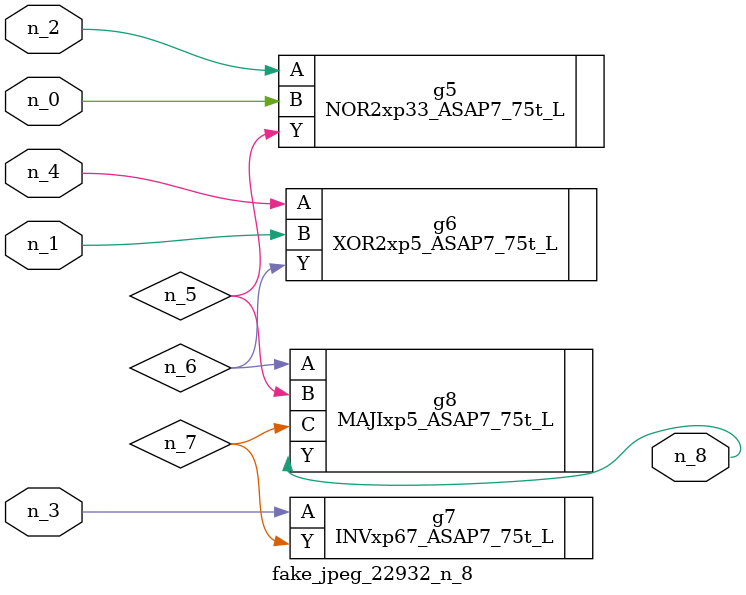
<source format=v>
module fake_jpeg_22932_n_8 (n_3, n_2, n_1, n_0, n_4, n_8);

input n_3;
input n_2;
input n_1;
input n_0;
input n_4;

output n_8;

wire n_6;
wire n_5;
wire n_7;

NOR2xp33_ASAP7_75t_L g5 ( 
.A(n_2),
.B(n_0),
.Y(n_5)
);

XOR2xp5_ASAP7_75t_L g6 ( 
.A(n_4),
.B(n_1),
.Y(n_6)
);

INVxp67_ASAP7_75t_L g7 ( 
.A(n_3),
.Y(n_7)
);

MAJIxp5_ASAP7_75t_L g8 ( 
.A(n_6),
.B(n_5),
.C(n_7),
.Y(n_8)
);


endmodule
</source>
